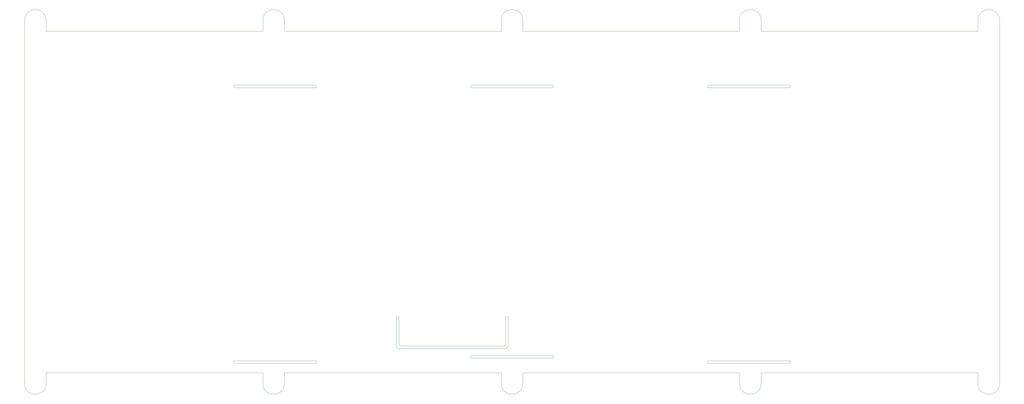
<source format=gm1>
G04 #@! TF.GenerationSoftware,KiCad,Pcbnew,(5.1.2)-1*
G04 #@! TF.CreationDate,2019-06-30T01:46:40-07:00*
G04 #@! TF.ProjectId,mad cat,6d616420-6361-4742-9e6b-696361645f70,rev?*
G04 #@! TF.SameCoordinates,Original*
G04 #@! TF.FileFunction,Profile,NP*
%FSLAX46Y46*%
G04 Gerber Fmt 4.6, Leading zero omitted, Abs format (unit mm)*
G04 Created by KiCad (PCBNEW (5.1.2)-1) date 2019-06-30 01:46:40*
%MOMM*%
%LPD*%
G04 APERTURE LIST*
%ADD10C,0.100000*%
G04 APERTURE END LIST*
D10*
X361950000Y-131000000D02*
G75*
G02X353950000Y-131000000I-4000000J0D01*
G01*
X8000000Y-131000000D02*
G75*
G02X0Y-131000000I-4000000J0D01*
G01*
X0Y-127000000D02*
X0Y-131000000D01*
X265462500Y-131000000D02*
X265462500Y-127000000D01*
X88487500Y-131000000D02*
X88487500Y-127000000D01*
X265462500Y-127000000D02*
X184975000Y-127000000D01*
X8000000Y-127000000D02*
X8000000Y-131000000D01*
X184975000Y-131000000D02*
G75*
G02X176975000Y-131000000I-4000000J0D01*
G01*
X273462500Y-131000000D02*
G75*
G02X265462500Y-131000000I-4000000J0D01*
G01*
X184975000Y-131000000D02*
X184975000Y-127000000D01*
X176975000Y-131000000D02*
X176975000Y-127000000D01*
X273462500Y-131000000D02*
X273462500Y-127000000D01*
X96487500Y-131000000D02*
X96487500Y-127000000D01*
X96487500Y-131000000D02*
G75*
G02X88487500Y-131000000I-4000000J0D01*
G01*
X88487500Y-127000000D02*
X8000000Y-127000000D01*
X353950000Y-127000000D02*
X273462500Y-127000000D01*
X176975000Y-127000000D02*
X96487500Y-127000000D01*
X353950000Y-127000000D02*
X353950000Y-131000000D01*
X361950000Y-127000000D02*
X361950000Y-131000000D01*
X361950000Y-127000000D02*
X361950000Y0D01*
X0Y-127000000D02*
X0Y0D01*
X254000000Y-123500000D02*
X284000000Y-123500000D01*
X166000000Y-121500000D02*
X196000000Y-121500000D01*
X254000000Y-21000000D02*
X284000000Y-21000000D01*
X166000000Y-21000000D02*
G75*
G02X166000000Y-20000000I0J500000D01*
G01*
X196000000Y-20000000D02*
G75*
G02X196000000Y-21000000I0J-500000D01*
G01*
X166000000Y-21000000D02*
X196000000Y-21000000D01*
X166000000Y-20000000D02*
X196000000Y-20000000D01*
X284000000Y-20000000D02*
G75*
G02X284000000Y-21000000I0J-500000D01*
G01*
X254000000Y-21000000D02*
G75*
G02X254000000Y-20000000I0J500000D01*
G01*
X254000000Y-20000000D02*
X284000000Y-20000000D01*
X78000000Y-21000000D02*
G75*
G02X78000000Y-20000000I0J500000D01*
G01*
X78000000Y-21000000D02*
X108000000Y-21000000D01*
X108000000Y-20000000D02*
G75*
G02X108000000Y-21000000I0J-500000D01*
G01*
X78000000Y-20000000D02*
X108000000Y-20000000D01*
X196000000Y-120500000D02*
G75*
G02X196000000Y-121500000I0J-500000D01*
G01*
X166000000Y-121500000D02*
G75*
G02X166000000Y-120500000I0J500000D01*
G01*
X166000000Y-120500000D02*
X196000000Y-120500000D01*
X179500000Y-117000000D02*
G75*
G02X178500000Y-118000000I-1000000J0D01*
G01*
X178500000Y-106500000D02*
G75*
G02X179500000Y-106500000I500000J0D01*
G01*
X178500000Y-116500000D02*
X178500000Y-106500000D01*
X179500000Y-106500000D02*
X179500000Y-117000000D01*
X139000000Y-118000000D02*
G75*
G02X138000000Y-117000000I0J1000000D01*
G01*
X139000000Y-118000000D02*
X178500000Y-118000000D01*
X138000000Y-106500000D02*
X138000000Y-117000000D01*
X139500000Y-117000000D02*
G75*
G02X139000000Y-116500000I0J500000D01*
G01*
X138000000Y-106500000D02*
G75*
G02X139000000Y-106500000I500000J0D01*
G01*
X139000000Y-116500000D02*
X139000000Y-106500000D01*
X139500000Y-117000000D02*
X178000000Y-117000000D01*
X178500000Y-116500000D02*
G75*
G02X178000000Y-117000000I-500000J0D01*
G01*
X254000000Y-123500000D02*
G75*
G02X254000000Y-122500000I0J500000D01*
G01*
X254000000Y-122500000D02*
X284000000Y-122500000D01*
X284000000Y-122500000D02*
G75*
G02X284000000Y-123500000I0J-500000D01*
G01*
X78000000Y-123500000D02*
X108000000Y-123500000D01*
X108000000Y-122500000D02*
G75*
G02X108000000Y-123500000I0J-500000D01*
G01*
X78000000Y-123500000D02*
G75*
G02X78000000Y-122500000I0J500000D01*
G01*
X78000000Y-122500000D02*
X108000000Y-122500000D01*
X273462500Y0D02*
X353950000Y0D01*
X184975000Y0D02*
X265462500Y0D01*
X96487500Y0D02*
X176975000Y0D01*
X8000000Y0D02*
X88487500Y0D01*
X273462500Y4000000D02*
X273462500Y0D01*
X265462500Y4000000D02*
X265462500Y0D01*
X265462500Y4000000D02*
G75*
G02X273462500Y4000000I4000000J0D01*
G01*
X88487500Y4000000D02*
X88487500Y0D01*
X96487500Y4000000D02*
X96487500Y0D01*
X88487500Y4000000D02*
G75*
G02X96487500Y4000000I4000000J0D01*
G01*
X184975000Y4000000D02*
X184975000Y0D01*
X176975000Y4000000D02*
X176975000Y0D01*
X176975000Y4000000D02*
G75*
G02X184975000Y4000000I4000000J0D01*
G01*
X353950000Y4000000D02*
G75*
G02X361950000Y4000000I4000000J0D01*
G01*
X353950000Y0D02*
X353950000Y4000000D01*
X361950000Y0D02*
X361950000Y4000000D01*
X0Y4000000D02*
G75*
G02X8000000Y4000000I4000000J0D01*
G01*
X8000000Y0D02*
X8000000Y4000000D01*
X0Y0D02*
X0Y4000000D01*
M02*

</source>
